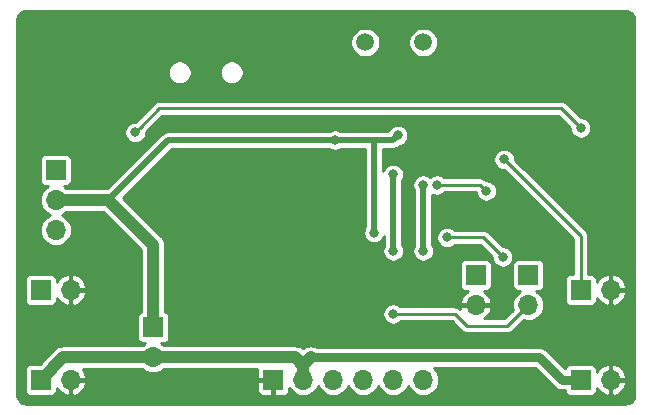
<source format=gbr>
G04 #@! TF.GenerationSoftware,KiCad,Pcbnew,(5.1.2)-2*
G04 #@! TF.CreationDate,2019-08-11T21:37:17+02:00*
G04 #@! TF.ProjectId,20190811_usbasp,32303139-3038-4313-915f-757362617370,rev?*
G04 #@! TF.SameCoordinates,Original*
G04 #@! TF.FileFunction,Copper,L2,Bot*
G04 #@! TF.FilePolarity,Positive*
%FSLAX46Y46*%
G04 Gerber Fmt 4.6, Leading zero omitted, Abs format (unit mm)*
G04 Created by KiCad (PCBNEW (5.1.2)-2) date 2019-08-11 21:37:17*
%MOMM*%
%LPD*%
G04 APERTURE LIST*
%ADD10C,1.500000*%
%ADD11O,1.700000X1.700000*%
%ADD12R,1.700000X1.700000*%
%ADD13C,0.800000*%
%ADD14C,1.016000*%
%ADD15C,0.508000*%
%ADD16C,0.254000*%
%ADD17C,0.762000*%
G04 APERTURE END LIST*
D10*
X154485000Y-117475000D03*
X159385000Y-117475000D03*
D11*
X163830000Y-139700000D03*
D12*
X163830000Y-137160000D03*
D11*
X168275000Y-139700000D03*
D12*
X168275000Y-137160000D03*
D11*
X136525000Y-144145000D03*
D12*
X136525000Y-141605000D03*
D11*
X128270000Y-133350000D03*
X128270000Y-130810000D03*
D12*
X128270000Y-128270000D03*
D11*
X175260000Y-138430000D03*
D12*
X172720000Y-138430000D03*
D11*
X129540000Y-138430000D03*
D12*
X127000000Y-138430000D03*
D11*
X175260000Y-146050000D03*
D12*
X172720000Y-146050000D03*
D11*
X129540000Y-146050000D03*
D12*
X127000000Y-146050000D03*
D11*
X159385000Y-146050000D03*
X156845000Y-146050000D03*
X154305000Y-146050000D03*
X151765000Y-146050000D03*
X149225000Y-146050000D03*
D12*
X146685000Y-146050000D03*
D13*
X176530000Y-118110000D03*
X176530000Y-120650000D03*
X145288000Y-131064000D03*
X144272000Y-127381000D03*
X153035000Y-134112000D03*
X160401000Y-127381000D03*
X166370000Y-115570000D03*
X168910000Y-115570000D03*
X171450000Y-115570000D03*
X173990000Y-115570000D03*
X166370000Y-147320000D03*
X168910000Y-147320000D03*
X163830000Y-147320000D03*
X161290000Y-147320000D03*
X143510000Y-147320000D03*
X140970000Y-147320000D03*
X138430000Y-147320000D03*
X135890000Y-147320000D03*
X133350000Y-147320000D03*
X125730000Y-135890000D03*
X125730000Y-130810000D03*
X125730000Y-125730000D03*
X139700000Y-115570000D03*
X142240000Y-115570000D03*
X158750000Y-119380000D03*
X161290000Y-119380000D03*
X153670000Y-119380000D03*
X151130000Y-119380000D03*
X147320000Y-119380000D03*
X157988000Y-126492000D03*
X157988000Y-133604000D03*
X136652000Y-119888000D03*
X147828000Y-124460000D03*
X138176000Y-124460000D03*
X137668000Y-130556000D03*
X169672000Y-132588000D03*
X171450000Y-130048000D03*
X169799000Y-127508000D03*
X162687000Y-132715000D03*
X171323000Y-135382000D03*
X132588000Y-121666000D03*
X157226000Y-125349000D03*
X155212999Y-133585001D03*
X151910999Y-125748999D03*
X160528000Y-129540000D03*
X164719000Y-130048000D03*
X161417000Y-133985000D03*
X166116000Y-135636000D03*
X166243000Y-127381000D03*
X156845000Y-140462000D03*
X159385000Y-129540000D03*
X159385000Y-135128000D03*
X156845000Y-128651000D03*
X156845000Y-135128000D03*
X135001000Y-125095000D03*
X172720000Y-124714000D03*
D14*
X136525000Y-134620000D02*
X136525000Y-141605000D01*
X128270000Y-130810000D02*
X132715000Y-130810000D01*
X132715000Y-130810000D02*
X136525000Y-134620000D01*
D15*
X137776001Y-125748999D02*
X132715000Y-130810000D01*
X157226000Y-125349000D02*
X156826001Y-125748999D01*
X155212999Y-125748999D02*
X155212999Y-133585001D01*
X156826001Y-125748999D02*
X155212999Y-125748999D01*
X150894999Y-125748999D02*
X137776001Y-125748999D01*
X155212999Y-125748999D02*
X151910999Y-125748999D01*
X151910999Y-125748999D02*
X150894999Y-125748999D01*
D16*
X164211000Y-129540000D02*
X160528000Y-129540000D01*
X164719000Y-130048000D02*
X164211000Y-129540000D01*
X164465000Y-133985000D02*
X161417000Y-133985000D01*
X166116000Y-135636000D02*
X164465000Y-133985000D01*
D14*
X148522081Y-144145000D02*
X149225000Y-144847919D01*
X136525000Y-144145000D02*
X148522081Y-144145000D01*
X128881725Y-144145000D02*
X127091642Y-145935083D01*
X136525000Y-144145000D02*
X128881725Y-144145000D01*
X149225000Y-146050000D02*
X149225000Y-144847919D01*
X149225000Y-146050000D02*
X149225000Y-144780000D01*
X149225000Y-144780000D02*
X149860000Y-144145000D01*
D17*
X171108000Y-146050000D02*
X172720000Y-146050000D01*
X169203000Y-144145000D02*
X171108000Y-146050000D01*
X149860000Y-144145000D02*
X169203000Y-144145000D01*
D16*
X172720000Y-133858000D02*
X172720000Y-138430000D01*
X166243000Y-127381000D02*
X172720000Y-133858000D01*
X156845000Y-140462000D02*
X162052000Y-140462000D01*
X162052000Y-140462000D02*
X163068000Y-141478000D01*
X166497000Y-141478000D02*
X168275000Y-139700000D01*
X163068000Y-141478000D02*
X166497000Y-141478000D01*
D15*
X159385000Y-129540000D02*
X159385000Y-130105685D01*
X159385000Y-130105685D02*
X159385000Y-135128000D01*
X156845000Y-128651000D02*
X156845000Y-135128000D01*
D16*
X135001000Y-125095000D02*
X135400999Y-124695001D01*
X135400999Y-124695001D02*
X137033000Y-123063000D01*
X137033000Y-123063000D02*
X166624000Y-123063000D01*
X166624000Y-123063000D02*
X171069000Y-123063000D01*
X171069000Y-123063000D02*
X172720000Y-124714000D01*
G36*
X176672653Y-114849543D02*
G01*
X176809874Y-114890973D01*
X176936435Y-114958266D01*
X177047513Y-115048859D01*
X177138883Y-115159305D01*
X177207056Y-115285391D01*
X177249444Y-115422321D01*
X177267000Y-115589359D01*
X177267001Y-147293924D01*
X177250457Y-147462653D01*
X177209027Y-147599874D01*
X177141733Y-147726436D01*
X177051141Y-147837513D01*
X176940695Y-147928883D01*
X176814608Y-147997057D01*
X176677679Y-148039444D01*
X176510641Y-148057000D01*
X125756066Y-148057000D01*
X125587347Y-148040457D01*
X125450126Y-147999027D01*
X125323564Y-147931733D01*
X125212487Y-147841141D01*
X125121117Y-147730695D01*
X125052943Y-147604608D01*
X125010556Y-147467679D01*
X124993000Y-147300641D01*
X124993000Y-145200000D01*
X125639543Y-145200000D01*
X125639543Y-146900000D01*
X125649351Y-146999585D01*
X125678399Y-147095343D01*
X125725571Y-147183595D01*
X125789052Y-147260948D01*
X125866405Y-147324429D01*
X125954657Y-147371601D01*
X126050415Y-147400649D01*
X126150000Y-147410457D01*
X127850000Y-147410457D01*
X127949585Y-147400649D01*
X128045343Y-147371601D01*
X128133595Y-147324429D01*
X128210948Y-147260948D01*
X128274429Y-147183595D01*
X128321601Y-147095343D01*
X128350649Y-146999585D01*
X128360457Y-146900000D01*
X128360457Y-146709833D01*
X128416558Y-146812921D01*
X128586983Y-147017434D01*
X128794032Y-147184769D01*
X129029748Y-147308496D01*
X129265076Y-147379880D01*
X129476500Y-147279361D01*
X129476500Y-146113500D01*
X129603500Y-146113500D01*
X129603500Y-147279361D01*
X129814924Y-147379880D01*
X130050252Y-147308496D01*
X130285968Y-147184769D01*
X130493017Y-147017434D01*
X130590877Y-146900000D01*
X145324542Y-146900000D01*
X145334350Y-146999585D01*
X145363398Y-147095344D01*
X145410570Y-147183595D01*
X145474052Y-147260948D01*
X145551405Y-147324430D01*
X145639656Y-147371602D01*
X145735415Y-147400650D01*
X145835000Y-147410458D01*
X146494500Y-147408000D01*
X146621500Y-147281000D01*
X146621500Y-146113500D01*
X145454000Y-146113500D01*
X145327000Y-146240500D01*
X145324542Y-146900000D01*
X130590877Y-146900000D01*
X130663442Y-146812921D01*
X130790694Y-146579089D01*
X130869882Y-146324924D01*
X130769517Y-146113500D01*
X129603500Y-146113500D01*
X129476500Y-146113500D01*
X129456500Y-146113500D01*
X129456500Y-145986500D01*
X129476500Y-145986500D01*
X129476500Y-145966500D01*
X129603500Y-145966500D01*
X129603500Y-145986500D01*
X130769517Y-145986500D01*
X130869882Y-145775076D01*
X130790694Y-145520911D01*
X130663442Y-145287079D01*
X130558378Y-145161000D01*
X135622373Y-145161000D01*
X135766886Y-145279598D01*
X136002802Y-145405698D01*
X136258786Y-145483350D01*
X136458294Y-145503000D01*
X136591706Y-145503000D01*
X136791214Y-145483350D01*
X137047198Y-145405698D01*
X137283114Y-145279598D01*
X137427627Y-145161000D01*
X145328383Y-145161000D01*
X145324542Y-145200000D01*
X145327000Y-145859500D01*
X145454000Y-145986500D01*
X146621500Y-145986500D01*
X146621500Y-145966500D01*
X146748500Y-145966500D01*
X146748500Y-145986500D01*
X146768500Y-145986500D01*
X146768500Y-146113500D01*
X146748500Y-146113500D01*
X146748500Y-147281000D01*
X146875500Y-147408000D01*
X147535000Y-147410458D01*
X147634585Y-147400650D01*
X147730344Y-147371602D01*
X147818595Y-147324430D01*
X147895948Y-147260948D01*
X147959430Y-147183595D01*
X148006602Y-147095344D01*
X148035650Y-146999585D01*
X148045458Y-146900000D01*
X148044798Y-146722794D01*
X148090402Y-146808114D01*
X148260103Y-147014897D01*
X148466886Y-147184598D01*
X148702802Y-147310698D01*
X148958786Y-147388350D01*
X149158294Y-147408000D01*
X149291706Y-147408000D01*
X149491214Y-147388350D01*
X149747198Y-147310698D01*
X149983114Y-147184598D01*
X150189897Y-147014897D01*
X150359598Y-146808114D01*
X150485698Y-146572198D01*
X150495000Y-146541533D01*
X150504302Y-146572198D01*
X150630402Y-146808114D01*
X150800103Y-147014897D01*
X151006886Y-147184598D01*
X151242802Y-147310698D01*
X151498786Y-147388350D01*
X151698294Y-147408000D01*
X151831706Y-147408000D01*
X152031214Y-147388350D01*
X152287198Y-147310698D01*
X152523114Y-147184598D01*
X152729897Y-147014897D01*
X152899598Y-146808114D01*
X153025698Y-146572198D01*
X153035000Y-146541533D01*
X153044302Y-146572198D01*
X153170402Y-146808114D01*
X153340103Y-147014897D01*
X153546886Y-147184598D01*
X153782802Y-147310698D01*
X154038786Y-147388350D01*
X154238294Y-147408000D01*
X154371706Y-147408000D01*
X154571214Y-147388350D01*
X154827198Y-147310698D01*
X155063114Y-147184598D01*
X155269897Y-147014897D01*
X155439598Y-146808114D01*
X155565698Y-146572198D01*
X155575000Y-146541533D01*
X155584302Y-146572198D01*
X155710402Y-146808114D01*
X155880103Y-147014897D01*
X156086886Y-147184598D01*
X156322802Y-147310698D01*
X156578786Y-147388350D01*
X156778294Y-147408000D01*
X156911706Y-147408000D01*
X157111214Y-147388350D01*
X157367198Y-147310698D01*
X157603114Y-147184598D01*
X157809897Y-147014897D01*
X157979598Y-146808114D01*
X158105698Y-146572198D01*
X158115000Y-146541533D01*
X158124302Y-146572198D01*
X158250402Y-146808114D01*
X158420103Y-147014897D01*
X158626886Y-147184598D01*
X158862802Y-147310698D01*
X159118786Y-147388350D01*
X159318294Y-147408000D01*
X159451706Y-147408000D01*
X159651214Y-147388350D01*
X159907198Y-147310698D01*
X160143114Y-147184598D01*
X160349897Y-147014897D01*
X160519598Y-146808114D01*
X160645698Y-146572198D01*
X160723350Y-146316214D01*
X160749570Y-146050000D01*
X160723350Y-145783786D01*
X160645698Y-145527802D01*
X160519598Y-145291886D01*
X160349897Y-145085103D01*
X160287627Y-145034000D01*
X168834765Y-145034000D01*
X170448506Y-146647742D01*
X170476341Y-146681659D01*
X170611709Y-146792753D01*
X170746204Y-146864642D01*
X170765635Y-146875028D01*
X170766149Y-146875303D01*
X170847566Y-146900000D01*
X170933725Y-146926136D01*
X170950325Y-146927771D01*
X171064333Y-146939000D01*
X171064340Y-146939000D01*
X171108000Y-146943300D01*
X171151660Y-146939000D01*
X171363384Y-146939000D01*
X171369351Y-146999585D01*
X171398399Y-147095343D01*
X171445571Y-147183595D01*
X171509052Y-147260948D01*
X171586405Y-147324429D01*
X171674657Y-147371601D01*
X171770415Y-147400649D01*
X171870000Y-147410457D01*
X173570000Y-147410457D01*
X173669585Y-147400649D01*
X173765343Y-147371601D01*
X173853595Y-147324429D01*
X173930948Y-147260948D01*
X173994429Y-147183595D01*
X174041601Y-147095343D01*
X174070649Y-146999585D01*
X174080457Y-146900000D01*
X174080457Y-146709833D01*
X174136558Y-146812921D01*
X174306983Y-147017434D01*
X174514032Y-147184769D01*
X174749748Y-147308496D01*
X174985076Y-147379880D01*
X175196500Y-147279361D01*
X175196500Y-146113500D01*
X175323500Y-146113500D01*
X175323500Y-147279361D01*
X175534924Y-147379880D01*
X175770252Y-147308496D01*
X176005968Y-147184769D01*
X176213017Y-147017434D01*
X176383442Y-146812921D01*
X176510694Y-146579089D01*
X176589882Y-146324924D01*
X176489517Y-146113500D01*
X175323500Y-146113500D01*
X175196500Y-146113500D01*
X175176500Y-146113500D01*
X175176500Y-145986500D01*
X175196500Y-145986500D01*
X175196500Y-144820639D01*
X175323500Y-144820639D01*
X175323500Y-145986500D01*
X176489517Y-145986500D01*
X176589882Y-145775076D01*
X176510694Y-145520911D01*
X176383442Y-145287079D01*
X176213017Y-145082566D01*
X176005968Y-144915231D01*
X175770252Y-144791504D01*
X175534924Y-144720120D01*
X175323500Y-144820639D01*
X175196500Y-144820639D01*
X174985076Y-144720120D01*
X174749748Y-144791504D01*
X174514032Y-144915231D01*
X174306983Y-145082566D01*
X174136558Y-145287079D01*
X174080457Y-145390167D01*
X174080457Y-145200000D01*
X174070649Y-145100415D01*
X174041601Y-145004657D01*
X173994429Y-144916405D01*
X173930948Y-144839052D01*
X173853595Y-144775571D01*
X173765343Y-144728399D01*
X173669585Y-144699351D01*
X173570000Y-144689543D01*
X171870000Y-144689543D01*
X171770415Y-144699351D01*
X171674657Y-144728399D01*
X171586405Y-144775571D01*
X171509052Y-144839052D01*
X171445571Y-144916405D01*
X171398399Y-145004657D01*
X171380127Y-145064891D01*
X169862499Y-143547264D01*
X169834659Y-143513341D01*
X169699291Y-143402247D01*
X169544851Y-143319697D01*
X169377274Y-143268864D01*
X169246667Y-143256000D01*
X169246660Y-143256000D01*
X169203000Y-143251700D01*
X169159340Y-143256000D01*
X150352092Y-143256000D01*
X150250687Y-143201798D01*
X150059171Y-143143702D01*
X149860000Y-143124085D01*
X149660829Y-143143702D01*
X149469313Y-143201798D01*
X149292810Y-143296140D01*
X149191041Y-143379661D01*
X149089271Y-143296140D01*
X148912768Y-143201798D01*
X148721252Y-143143702D01*
X148571983Y-143129000D01*
X148522081Y-143124085D01*
X148472179Y-143129000D01*
X137427627Y-143129000D01*
X137283114Y-143010402D01*
X137199028Y-142965457D01*
X137375000Y-142965457D01*
X137474585Y-142955649D01*
X137570343Y-142926601D01*
X137658595Y-142879429D01*
X137735948Y-142815948D01*
X137799429Y-142738595D01*
X137846601Y-142650343D01*
X137875649Y-142554585D01*
X137885457Y-142455000D01*
X137885457Y-140755000D01*
X137875649Y-140655415D01*
X137846601Y-140559657D01*
X137799429Y-140471405D01*
X137735948Y-140394052D01*
X137709772Y-140372570D01*
X155937000Y-140372570D01*
X155937000Y-140551430D01*
X155971894Y-140726854D01*
X156040341Y-140892099D01*
X156139711Y-141040816D01*
X156266184Y-141167289D01*
X156414901Y-141266659D01*
X156580146Y-141335106D01*
X156755570Y-141370000D01*
X156934430Y-141370000D01*
X157109854Y-141335106D01*
X157275099Y-141266659D01*
X157423816Y-141167289D01*
X157494105Y-141097000D01*
X161788976Y-141097000D01*
X162596930Y-141904955D01*
X162616815Y-141929185D01*
X162713506Y-142008537D01*
X162823820Y-142067502D01*
X162943518Y-142103812D01*
X163036808Y-142113000D01*
X163036819Y-142113000D01*
X163068000Y-142116071D01*
X163099181Y-142113000D01*
X166465819Y-142113000D01*
X166497000Y-142116071D01*
X166528181Y-142113000D01*
X166528192Y-142113000D01*
X166621482Y-142103812D01*
X166741180Y-142067502D01*
X166851494Y-142008537D01*
X166948185Y-141929185D01*
X166968074Y-141904950D01*
X167875198Y-140997827D01*
X168008786Y-141038350D01*
X168208294Y-141058000D01*
X168341706Y-141058000D01*
X168541214Y-141038350D01*
X168797198Y-140960698D01*
X169033114Y-140834598D01*
X169239897Y-140664897D01*
X169409598Y-140458114D01*
X169535698Y-140222198D01*
X169613350Y-139966214D01*
X169639570Y-139700000D01*
X169613350Y-139433786D01*
X169535698Y-139177802D01*
X169409598Y-138941886D01*
X169239897Y-138735103D01*
X169033114Y-138565402D01*
X168949028Y-138520457D01*
X169125000Y-138520457D01*
X169224585Y-138510649D01*
X169320343Y-138481601D01*
X169408595Y-138434429D01*
X169485948Y-138370948D01*
X169549429Y-138293595D01*
X169596601Y-138205343D01*
X169625649Y-138109585D01*
X169635457Y-138010000D01*
X169635457Y-136310000D01*
X169625649Y-136210415D01*
X169596601Y-136114657D01*
X169549429Y-136026405D01*
X169485948Y-135949052D01*
X169408595Y-135885571D01*
X169320343Y-135838399D01*
X169224585Y-135809351D01*
X169125000Y-135799543D01*
X167425000Y-135799543D01*
X167325415Y-135809351D01*
X167229657Y-135838399D01*
X167141405Y-135885571D01*
X167064052Y-135949052D01*
X167000571Y-136026405D01*
X166953399Y-136114657D01*
X166924351Y-136210415D01*
X166914543Y-136310000D01*
X166914543Y-138010000D01*
X166924351Y-138109585D01*
X166953399Y-138205343D01*
X167000571Y-138293595D01*
X167064052Y-138370948D01*
X167141405Y-138434429D01*
X167229657Y-138481601D01*
X167325415Y-138510649D01*
X167425000Y-138520457D01*
X167600972Y-138520457D01*
X167516886Y-138565402D01*
X167310103Y-138735103D01*
X167140402Y-138941886D01*
X167014302Y-139177802D01*
X166936650Y-139433786D01*
X166910430Y-139700000D01*
X166936650Y-139966214D01*
X166977173Y-140099802D01*
X166233976Y-140843000D01*
X164556982Y-140843000D01*
X164592921Y-140823442D01*
X164797434Y-140653017D01*
X164964769Y-140445968D01*
X165088496Y-140210252D01*
X165159880Y-139974924D01*
X165059361Y-139763500D01*
X163893500Y-139763500D01*
X163893500Y-139783500D01*
X163766500Y-139783500D01*
X163766500Y-139763500D01*
X162600639Y-139763500D01*
X162500120Y-139974924D01*
X162515594Y-140025935D01*
X162503185Y-140010815D01*
X162406494Y-139931463D01*
X162296180Y-139872498D01*
X162176482Y-139836188D01*
X162083192Y-139827000D01*
X162083181Y-139827000D01*
X162052000Y-139823929D01*
X162020819Y-139827000D01*
X157494105Y-139827000D01*
X157423816Y-139756711D01*
X157275099Y-139657341D01*
X157109854Y-139588894D01*
X156934430Y-139554000D01*
X156755570Y-139554000D01*
X156580146Y-139588894D01*
X156414901Y-139657341D01*
X156266184Y-139756711D01*
X156139711Y-139883184D01*
X156040341Y-140031901D01*
X155971894Y-140197146D01*
X155937000Y-140372570D01*
X137709772Y-140372570D01*
X137658595Y-140330571D01*
X137570343Y-140283399D01*
X137541000Y-140274498D01*
X137541000Y-136310000D01*
X162469543Y-136310000D01*
X162469543Y-138010000D01*
X162479351Y-138109585D01*
X162508399Y-138205343D01*
X162555571Y-138293595D01*
X162619052Y-138370948D01*
X162696405Y-138434429D01*
X162784657Y-138481601D01*
X162880415Y-138510649D01*
X162980000Y-138520457D01*
X163170167Y-138520457D01*
X163067079Y-138576558D01*
X162862566Y-138746983D01*
X162695231Y-138954032D01*
X162571504Y-139189748D01*
X162500120Y-139425076D01*
X162600639Y-139636500D01*
X163766500Y-139636500D01*
X163766500Y-139616500D01*
X163893500Y-139616500D01*
X163893500Y-139636500D01*
X165059361Y-139636500D01*
X165159880Y-139425076D01*
X165088496Y-139189748D01*
X164964769Y-138954032D01*
X164797434Y-138746983D01*
X164592921Y-138576558D01*
X164489833Y-138520457D01*
X164680000Y-138520457D01*
X164779585Y-138510649D01*
X164875343Y-138481601D01*
X164963595Y-138434429D01*
X165040948Y-138370948D01*
X165104429Y-138293595D01*
X165151601Y-138205343D01*
X165180649Y-138109585D01*
X165190457Y-138010000D01*
X165190457Y-136310000D01*
X165180649Y-136210415D01*
X165151601Y-136114657D01*
X165104429Y-136026405D01*
X165040948Y-135949052D01*
X164963595Y-135885571D01*
X164875343Y-135838399D01*
X164779585Y-135809351D01*
X164680000Y-135799543D01*
X162980000Y-135799543D01*
X162880415Y-135809351D01*
X162784657Y-135838399D01*
X162696405Y-135885571D01*
X162619052Y-135949052D01*
X162555571Y-136026405D01*
X162508399Y-136114657D01*
X162479351Y-136210415D01*
X162469543Y-136310000D01*
X137541000Y-136310000D01*
X137541000Y-134669902D01*
X137545915Y-134620000D01*
X137526298Y-134420829D01*
X137468202Y-134229313D01*
X137373860Y-134052810D01*
X137278706Y-133936865D01*
X137246896Y-133898104D01*
X137208133Y-133866292D01*
X133972235Y-130630395D01*
X138091632Y-126510999D01*
X151417057Y-126510999D01*
X151480900Y-126553658D01*
X151646145Y-126622105D01*
X151821569Y-126656999D01*
X152000429Y-126656999D01*
X152175853Y-126622105D01*
X152341098Y-126553658D01*
X152404941Y-126510999D01*
X154450999Y-126510999D01*
X154451000Y-133091057D01*
X154408340Y-133154902D01*
X154339893Y-133320147D01*
X154304999Y-133495571D01*
X154304999Y-133674431D01*
X154339893Y-133849855D01*
X154408340Y-134015100D01*
X154507710Y-134163817D01*
X154634183Y-134290290D01*
X154782900Y-134389660D01*
X154948145Y-134458107D01*
X155123569Y-134493001D01*
X155302429Y-134493001D01*
X155477853Y-134458107D01*
X155643098Y-134389660D01*
X155791815Y-134290290D01*
X155918288Y-134163817D01*
X156017658Y-134015100D01*
X156083001Y-133857349D01*
X156083001Y-134634056D01*
X156040341Y-134697901D01*
X155971894Y-134863146D01*
X155937000Y-135038570D01*
X155937000Y-135217430D01*
X155971894Y-135392854D01*
X156040341Y-135558099D01*
X156139711Y-135706816D01*
X156266184Y-135833289D01*
X156414901Y-135932659D01*
X156580146Y-136001106D01*
X156755570Y-136036000D01*
X156934430Y-136036000D01*
X157109854Y-136001106D01*
X157275099Y-135932659D01*
X157423816Y-135833289D01*
X157550289Y-135706816D01*
X157649659Y-135558099D01*
X157718106Y-135392854D01*
X157753000Y-135217430D01*
X157753000Y-135038570D01*
X157718106Y-134863146D01*
X157649659Y-134697901D01*
X157607000Y-134634058D01*
X157607000Y-129450570D01*
X158477000Y-129450570D01*
X158477000Y-129629430D01*
X158511894Y-129804854D01*
X158580341Y-129970099D01*
X158623000Y-130033942D01*
X158623000Y-130068260D01*
X158623001Y-134634056D01*
X158580341Y-134697901D01*
X158511894Y-134863146D01*
X158477000Y-135038570D01*
X158477000Y-135217430D01*
X158511894Y-135392854D01*
X158580341Y-135558099D01*
X158679711Y-135706816D01*
X158806184Y-135833289D01*
X158954901Y-135932659D01*
X159120146Y-136001106D01*
X159295570Y-136036000D01*
X159474430Y-136036000D01*
X159649854Y-136001106D01*
X159815099Y-135932659D01*
X159963816Y-135833289D01*
X160090289Y-135706816D01*
X160189659Y-135558099D01*
X160258106Y-135392854D01*
X160293000Y-135217430D01*
X160293000Y-135038570D01*
X160258106Y-134863146D01*
X160189659Y-134697901D01*
X160147000Y-134634058D01*
X160147000Y-133895570D01*
X160509000Y-133895570D01*
X160509000Y-134074430D01*
X160543894Y-134249854D01*
X160612341Y-134415099D01*
X160711711Y-134563816D01*
X160838184Y-134690289D01*
X160986901Y-134789659D01*
X161152146Y-134858106D01*
X161327570Y-134893000D01*
X161506430Y-134893000D01*
X161681854Y-134858106D01*
X161847099Y-134789659D01*
X161995816Y-134690289D01*
X162066105Y-134620000D01*
X164201976Y-134620000D01*
X165208000Y-135626025D01*
X165208000Y-135725430D01*
X165242894Y-135900854D01*
X165311341Y-136066099D01*
X165410711Y-136214816D01*
X165537184Y-136341289D01*
X165685901Y-136440659D01*
X165851146Y-136509106D01*
X166026570Y-136544000D01*
X166205430Y-136544000D01*
X166380854Y-136509106D01*
X166546099Y-136440659D01*
X166694816Y-136341289D01*
X166821289Y-136214816D01*
X166920659Y-136066099D01*
X166989106Y-135900854D01*
X167024000Y-135725430D01*
X167024000Y-135546570D01*
X166989106Y-135371146D01*
X166920659Y-135205901D01*
X166821289Y-135057184D01*
X166694816Y-134930711D01*
X166546099Y-134831341D01*
X166380854Y-134762894D01*
X166205430Y-134728000D01*
X166106025Y-134728000D01*
X164936074Y-133558050D01*
X164916185Y-133533815D01*
X164819494Y-133454463D01*
X164709180Y-133395498D01*
X164589482Y-133359188D01*
X164496192Y-133350000D01*
X164496181Y-133350000D01*
X164465000Y-133346929D01*
X164433819Y-133350000D01*
X162066105Y-133350000D01*
X161995816Y-133279711D01*
X161847099Y-133180341D01*
X161681854Y-133111894D01*
X161506430Y-133077000D01*
X161327570Y-133077000D01*
X161152146Y-133111894D01*
X160986901Y-133180341D01*
X160838184Y-133279711D01*
X160711711Y-133406184D01*
X160612341Y-133554901D01*
X160543894Y-133720146D01*
X160509000Y-133895570D01*
X160147000Y-133895570D01*
X160147000Y-130364997D01*
X160263146Y-130413106D01*
X160438570Y-130448000D01*
X160617430Y-130448000D01*
X160792854Y-130413106D01*
X160958099Y-130344659D01*
X161106816Y-130245289D01*
X161177105Y-130175000D01*
X163818473Y-130175000D01*
X163845894Y-130312854D01*
X163914341Y-130478099D01*
X164013711Y-130626816D01*
X164140184Y-130753289D01*
X164288901Y-130852659D01*
X164454146Y-130921106D01*
X164629570Y-130956000D01*
X164808430Y-130956000D01*
X164983854Y-130921106D01*
X165149099Y-130852659D01*
X165297816Y-130753289D01*
X165424289Y-130626816D01*
X165523659Y-130478099D01*
X165592106Y-130312854D01*
X165627000Y-130137430D01*
X165627000Y-129958570D01*
X165592106Y-129783146D01*
X165523659Y-129617901D01*
X165424289Y-129469184D01*
X165297816Y-129342711D01*
X165149099Y-129243341D01*
X164983854Y-129174894D01*
X164808430Y-129140000D01*
X164709024Y-129140000D01*
X164682074Y-129113050D01*
X164662185Y-129088815D01*
X164565494Y-129009463D01*
X164455180Y-128950498D01*
X164335482Y-128914188D01*
X164242192Y-128905000D01*
X164242181Y-128905000D01*
X164211000Y-128901929D01*
X164179819Y-128905000D01*
X161177105Y-128905000D01*
X161106816Y-128834711D01*
X160958099Y-128735341D01*
X160792854Y-128666894D01*
X160617430Y-128632000D01*
X160438570Y-128632000D01*
X160263146Y-128666894D01*
X160097901Y-128735341D01*
X159956500Y-128829823D01*
X159815099Y-128735341D01*
X159649854Y-128666894D01*
X159474430Y-128632000D01*
X159295570Y-128632000D01*
X159120146Y-128666894D01*
X158954901Y-128735341D01*
X158806184Y-128834711D01*
X158679711Y-128961184D01*
X158580341Y-129109901D01*
X158511894Y-129275146D01*
X158477000Y-129450570D01*
X157607000Y-129450570D01*
X157607000Y-129144942D01*
X157649659Y-129081099D01*
X157718106Y-128915854D01*
X157753000Y-128740430D01*
X157753000Y-128561570D01*
X157718106Y-128386146D01*
X157649659Y-128220901D01*
X157550289Y-128072184D01*
X157423816Y-127945711D01*
X157275099Y-127846341D01*
X157109854Y-127777894D01*
X156934430Y-127743000D01*
X156755570Y-127743000D01*
X156580146Y-127777894D01*
X156414901Y-127846341D01*
X156266184Y-127945711D01*
X156139711Y-128072184D01*
X156040341Y-128220901D01*
X155974999Y-128378650D01*
X155974999Y-127291570D01*
X165335000Y-127291570D01*
X165335000Y-127470430D01*
X165369894Y-127645854D01*
X165438341Y-127811099D01*
X165537711Y-127959816D01*
X165664184Y-128086289D01*
X165812901Y-128185659D01*
X165978146Y-128254106D01*
X166153570Y-128289000D01*
X166252976Y-128289000D01*
X172085000Y-134121025D01*
X172085001Y-137069543D01*
X171870000Y-137069543D01*
X171770415Y-137079351D01*
X171674657Y-137108399D01*
X171586405Y-137155571D01*
X171509052Y-137219052D01*
X171445571Y-137296405D01*
X171398399Y-137384657D01*
X171369351Y-137480415D01*
X171359543Y-137580000D01*
X171359543Y-139280000D01*
X171369351Y-139379585D01*
X171398399Y-139475343D01*
X171445571Y-139563595D01*
X171509052Y-139640948D01*
X171586405Y-139704429D01*
X171674657Y-139751601D01*
X171770415Y-139780649D01*
X171870000Y-139790457D01*
X173570000Y-139790457D01*
X173669585Y-139780649D01*
X173765343Y-139751601D01*
X173853595Y-139704429D01*
X173930948Y-139640948D01*
X173994429Y-139563595D01*
X174041601Y-139475343D01*
X174070649Y-139379585D01*
X174080457Y-139280000D01*
X174080457Y-139089833D01*
X174136558Y-139192921D01*
X174306983Y-139397434D01*
X174514032Y-139564769D01*
X174749748Y-139688496D01*
X174985076Y-139759880D01*
X175196500Y-139659361D01*
X175196500Y-138493500D01*
X175323500Y-138493500D01*
X175323500Y-139659361D01*
X175534924Y-139759880D01*
X175770252Y-139688496D01*
X176005968Y-139564769D01*
X176213017Y-139397434D01*
X176383442Y-139192921D01*
X176510694Y-138959089D01*
X176589882Y-138704924D01*
X176489517Y-138493500D01*
X175323500Y-138493500D01*
X175196500Y-138493500D01*
X175176500Y-138493500D01*
X175176500Y-138366500D01*
X175196500Y-138366500D01*
X175196500Y-137200639D01*
X175323500Y-137200639D01*
X175323500Y-138366500D01*
X176489517Y-138366500D01*
X176589882Y-138155076D01*
X176510694Y-137900911D01*
X176383442Y-137667079D01*
X176213017Y-137462566D01*
X176005968Y-137295231D01*
X175770252Y-137171504D01*
X175534924Y-137100120D01*
X175323500Y-137200639D01*
X175196500Y-137200639D01*
X174985076Y-137100120D01*
X174749748Y-137171504D01*
X174514032Y-137295231D01*
X174306983Y-137462566D01*
X174136558Y-137667079D01*
X174080457Y-137770167D01*
X174080457Y-137580000D01*
X174070649Y-137480415D01*
X174041601Y-137384657D01*
X173994429Y-137296405D01*
X173930948Y-137219052D01*
X173853595Y-137155571D01*
X173765343Y-137108399D01*
X173669585Y-137079351D01*
X173570000Y-137069543D01*
X173355000Y-137069543D01*
X173355000Y-133889180D01*
X173358071Y-133857999D01*
X173355000Y-133826818D01*
X173355000Y-133826808D01*
X173345812Y-133733518D01*
X173309502Y-133613820D01*
X173250538Y-133503507D01*
X173250537Y-133503505D01*
X173191068Y-133431043D01*
X173171185Y-133406815D01*
X173146956Y-133386931D01*
X167151000Y-127390976D01*
X167151000Y-127291570D01*
X167116106Y-127116146D01*
X167047659Y-126950901D01*
X166948289Y-126802184D01*
X166821816Y-126675711D01*
X166673099Y-126576341D01*
X166507854Y-126507894D01*
X166332430Y-126473000D01*
X166153570Y-126473000D01*
X165978146Y-126507894D01*
X165812901Y-126576341D01*
X165664184Y-126675711D01*
X165537711Y-126802184D01*
X165438341Y-126950901D01*
X165369894Y-127116146D01*
X165335000Y-127291570D01*
X155974999Y-127291570D01*
X155974999Y-126510999D01*
X156788578Y-126510999D01*
X156826001Y-126514685D01*
X156863424Y-126510999D01*
X156863427Y-126510999D01*
X156975379Y-126499973D01*
X157119016Y-126456401D01*
X157251393Y-126385644D01*
X157367423Y-126290421D01*
X157391285Y-126261345D01*
X157415544Y-126237086D01*
X157490854Y-126222106D01*
X157656099Y-126153659D01*
X157804816Y-126054289D01*
X157931289Y-125927816D01*
X158030659Y-125779099D01*
X158099106Y-125613854D01*
X158134000Y-125438430D01*
X158134000Y-125259570D01*
X158099106Y-125084146D01*
X158030659Y-124918901D01*
X157931289Y-124770184D01*
X157804816Y-124643711D01*
X157656099Y-124544341D01*
X157490854Y-124475894D01*
X157315430Y-124441000D01*
X157136570Y-124441000D01*
X156961146Y-124475894D01*
X156795901Y-124544341D01*
X156647184Y-124643711D01*
X156520711Y-124770184D01*
X156421341Y-124918901D01*
X156393134Y-124986999D01*
X155250424Y-124986999D01*
X155212999Y-124983313D01*
X155175573Y-124986999D01*
X152404941Y-124986999D01*
X152341098Y-124944340D01*
X152175853Y-124875893D01*
X152000429Y-124840999D01*
X151821569Y-124840999D01*
X151646145Y-124875893D01*
X151480900Y-124944340D01*
X151417057Y-124986999D01*
X137813423Y-124986999D01*
X137776000Y-124983313D01*
X137738577Y-124986999D01*
X137738575Y-124986999D01*
X137626623Y-124998025D01*
X137482986Y-125041597D01*
X137350609Y-125112354D01*
X137234579Y-125207577D01*
X137210722Y-125236647D01*
X132653370Y-129794000D01*
X129172627Y-129794000D01*
X129028114Y-129675402D01*
X128944028Y-129630457D01*
X129120000Y-129630457D01*
X129219585Y-129620649D01*
X129315343Y-129591601D01*
X129403595Y-129544429D01*
X129480948Y-129480948D01*
X129544429Y-129403595D01*
X129591601Y-129315343D01*
X129620649Y-129219585D01*
X129630457Y-129120000D01*
X129630457Y-127420000D01*
X129620649Y-127320415D01*
X129591601Y-127224657D01*
X129544429Y-127136405D01*
X129480948Y-127059052D01*
X129403595Y-126995571D01*
X129315343Y-126948399D01*
X129219585Y-126919351D01*
X129120000Y-126909543D01*
X127420000Y-126909543D01*
X127320415Y-126919351D01*
X127224657Y-126948399D01*
X127136405Y-126995571D01*
X127059052Y-127059052D01*
X126995571Y-127136405D01*
X126948399Y-127224657D01*
X126919351Y-127320415D01*
X126909543Y-127420000D01*
X126909543Y-129120000D01*
X126919351Y-129219585D01*
X126948399Y-129315343D01*
X126995571Y-129403595D01*
X127059052Y-129480948D01*
X127136405Y-129544429D01*
X127224657Y-129591601D01*
X127320415Y-129620649D01*
X127420000Y-129630457D01*
X127595972Y-129630457D01*
X127511886Y-129675402D01*
X127305103Y-129845103D01*
X127135402Y-130051886D01*
X127009302Y-130287802D01*
X126931650Y-130543786D01*
X126905430Y-130810000D01*
X126931650Y-131076214D01*
X127009302Y-131332198D01*
X127135402Y-131568114D01*
X127305103Y-131774897D01*
X127511886Y-131944598D01*
X127747802Y-132070698D01*
X127778467Y-132080000D01*
X127747802Y-132089302D01*
X127511886Y-132215402D01*
X127305103Y-132385103D01*
X127135402Y-132591886D01*
X127009302Y-132827802D01*
X126931650Y-133083786D01*
X126905430Y-133350000D01*
X126931650Y-133616214D01*
X127009302Y-133872198D01*
X127135402Y-134108114D01*
X127305103Y-134314897D01*
X127511886Y-134484598D01*
X127747802Y-134610698D01*
X128003786Y-134688350D01*
X128203294Y-134708000D01*
X128336706Y-134708000D01*
X128536214Y-134688350D01*
X128792198Y-134610698D01*
X129028114Y-134484598D01*
X129234897Y-134314897D01*
X129404598Y-134108114D01*
X129530698Y-133872198D01*
X129608350Y-133616214D01*
X129634570Y-133350000D01*
X129608350Y-133083786D01*
X129530698Y-132827802D01*
X129404598Y-132591886D01*
X129234897Y-132385103D01*
X129028114Y-132215402D01*
X128792198Y-132089302D01*
X128761533Y-132080000D01*
X128792198Y-132070698D01*
X129028114Y-131944598D01*
X129172627Y-131826000D01*
X132294160Y-131826000D01*
X135509000Y-135040841D01*
X135509001Y-140274498D01*
X135479657Y-140283399D01*
X135391405Y-140330571D01*
X135314052Y-140394052D01*
X135250571Y-140471405D01*
X135203399Y-140559657D01*
X135174351Y-140655415D01*
X135164543Y-140755000D01*
X135164543Y-142455000D01*
X135174351Y-142554585D01*
X135203399Y-142650343D01*
X135250571Y-142738595D01*
X135314052Y-142815948D01*
X135391405Y-142879429D01*
X135479657Y-142926601D01*
X135575415Y-142955649D01*
X135675000Y-142965457D01*
X135850972Y-142965457D01*
X135766886Y-143010402D01*
X135622373Y-143129000D01*
X128931627Y-143129000D01*
X128881725Y-143124085D01*
X128831823Y-143129000D01*
X128682554Y-143143702D01*
X128491038Y-143201798D01*
X128314535Y-143296140D01*
X128159829Y-143423104D01*
X128128017Y-143461867D01*
X126900342Y-144689543D01*
X126150000Y-144689543D01*
X126050415Y-144699351D01*
X125954657Y-144728399D01*
X125866405Y-144775571D01*
X125789052Y-144839052D01*
X125725571Y-144916405D01*
X125678399Y-145004657D01*
X125649351Y-145100415D01*
X125639543Y-145200000D01*
X124993000Y-145200000D01*
X124993000Y-137580000D01*
X125639543Y-137580000D01*
X125639543Y-139280000D01*
X125649351Y-139379585D01*
X125678399Y-139475343D01*
X125725571Y-139563595D01*
X125789052Y-139640948D01*
X125866405Y-139704429D01*
X125954657Y-139751601D01*
X126050415Y-139780649D01*
X126150000Y-139790457D01*
X127850000Y-139790457D01*
X127949585Y-139780649D01*
X128045343Y-139751601D01*
X128133595Y-139704429D01*
X128210948Y-139640948D01*
X128274429Y-139563595D01*
X128321601Y-139475343D01*
X128350649Y-139379585D01*
X128360457Y-139280000D01*
X128360457Y-139089833D01*
X128416558Y-139192921D01*
X128586983Y-139397434D01*
X128794032Y-139564769D01*
X129029748Y-139688496D01*
X129265076Y-139759880D01*
X129476500Y-139659361D01*
X129476500Y-138493500D01*
X129603500Y-138493500D01*
X129603500Y-139659361D01*
X129814924Y-139759880D01*
X130050252Y-139688496D01*
X130285968Y-139564769D01*
X130493017Y-139397434D01*
X130663442Y-139192921D01*
X130790694Y-138959089D01*
X130869882Y-138704924D01*
X130769517Y-138493500D01*
X129603500Y-138493500D01*
X129476500Y-138493500D01*
X129456500Y-138493500D01*
X129456500Y-138366500D01*
X129476500Y-138366500D01*
X129476500Y-137200639D01*
X129603500Y-137200639D01*
X129603500Y-138366500D01*
X130769517Y-138366500D01*
X130869882Y-138155076D01*
X130790694Y-137900911D01*
X130663442Y-137667079D01*
X130493017Y-137462566D01*
X130285968Y-137295231D01*
X130050252Y-137171504D01*
X129814924Y-137100120D01*
X129603500Y-137200639D01*
X129476500Y-137200639D01*
X129265076Y-137100120D01*
X129029748Y-137171504D01*
X128794032Y-137295231D01*
X128586983Y-137462566D01*
X128416558Y-137667079D01*
X128360457Y-137770167D01*
X128360457Y-137580000D01*
X128350649Y-137480415D01*
X128321601Y-137384657D01*
X128274429Y-137296405D01*
X128210948Y-137219052D01*
X128133595Y-137155571D01*
X128045343Y-137108399D01*
X127949585Y-137079351D01*
X127850000Y-137069543D01*
X126150000Y-137069543D01*
X126050415Y-137079351D01*
X125954657Y-137108399D01*
X125866405Y-137155571D01*
X125789052Y-137219052D01*
X125725571Y-137296405D01*
X125678399Y-137384657D01*
X125649351Y-137480415D01*
X125639543Y-137580000D01*
X124993000Y-137580000D01*
X124993000Y-125005570D01*
X134093000Y-125005570D01*
X134093000Y-125184430D01*
X134127894Y-125359854D01*
X134196341Y-125525099D01*
X134295711Y-125673816D01*
X134422184Y-125800289D01*
X134570901Y-125899659D01*
X134736146Y-125968106D01*
X134911570Y-126003000D01*
X135090430Y-126003000D01*
X135265854Y-125968106D01*
X135431099Y-125899659D01*
X135579816Y-125800289D01*
X135706289Y-125673816D01*
X135805659Y-125525099D01*
X135874106Y-125359854D01*
X135909000Y-125184430D01*
X135909000Y-125085024D01*
X137296025Y-123698000D01*
X170805976Y-123698000D01*
X171812000Y-124704025D01*
X171812000Y-124803430D01*
X171846894Y-124978854D01*
X171915341Y-125144099D01*
X172014711Y-125292816D01*
X172141184Y-125419289D01*
X172289901Y-125518659D01*
X172455146Y-125587106D01*
X172630570Y-125622000D01*
X172809430Y-125622000D01*
X172984854Y-125587106D01*
X173150099Y-125518659D01*
X173298816Y-125419289D01*
X173425289Y-125292816D01*
X173524659Y-125144099D01*
X173593106Y-124978854D01*
X173628000Y-124803430D01*
X173628000Y-124624570D01*
X173593106Y-124449146D01*
X173524659Y-124283901D01*
X173425289Y-124135184D01*
X173298816Y-124008711D01*
X173150099Y-123909341D01*
X172984854Y-123840894D01*
X172809430Y-123806000D01*
X172710025Y-123806000D01*
X171540074Y-122636050D01*
X171520185Y-122611815D01*
X171423494Y-122532463D01*
X171313180Y-122473498D01*
X171193482Y-122437188D01*
X171100192Y-122428000D01*
X171100181Y-122428000D01*
X171069000Y-122424929D01*
X171037819Y-122428000D01*
X137064181Y-122428000D01*
X137033000Y-122424929D01*
X137001819Y-122428000D01*
X137001808Y-122428000D01*
X136908518Y-122437188D01*
X136788820Y-122473498D01*
X136678506Y-122532462D01*
X136624524Y-122576765D01*
X136581815Y-122611815D01*
X136561930Y-122636045D01*
X135010976Y-124187000D01*
X134911570Y-124187000D01*
X134736146Y-124221894D01*
X134570901Y-124290341D01*
X134422184Y-124389711D01*
X134295711Y-124516184D01*
X134196341Y-124664901D01*
X134127894Y-124830146D01*
X134093000Y-125005570D01*
X124993000Y-125005570D01*
X124993000Y-119915721D01*
X137762000Y-119915721D01*
X137762000Y-120114279D01*
X137800737Y-120309023D01*
X137876722Y-120492467D01*
X137987035Y-120657562D01*
X138127438Y-120797965D01*
X138292533Y-120908278D01*
X138475977Y-120984263D01*
X138670721Y-121023000D01*
X138869279Y-121023000D01*
X139064023Y-120984263D01*
X139247467Y-120908278D01*
X139412562Y-120797965D01*
X139552965Y-120657562D01*
X139663278Y-120492467D01*
X139739263Y-120309023D01*
X139778000Y-120114279D01*
X139778000Y-119915721D01*
X142162000Y-119915721D01*
X142162000Y-120114279D01*
X142200737Y-120309023D01*
X142276722Y-120492467D01*
X142387035Y-120657562D01*
X142527438Y-120797965D01*
X142692533Y-120908278D01*
X142875977Y-120984263D01*
X143070721Y-121023000D01*
X143269279Y-121023000D01*
X143464023Y-120984263D01*
X143647467Y-120908278D01*
X143812562Y-120797965D01*
X143952965Y-120657562D01*
X144063278Y-120492467D01*
X144139263Y-120309023D01*
X144178000Y-120114279D01*
X144178000Y-119915721D01*
X144139263Y-119720977D01*
X144063278Y-119537533D01*
X143952965Y-119372438D01*
X143812562Y-119232035D01*
X143647467Y-119121722D01*
X143464023Y-119045737D01*
X143269279Y-119007000D01*
X143070721Y-119007000D01*
X142875977Y-119045737D01*
X142692533Y-119121722D01*
X142527438Y-119232035D01*
X142387035Y-119372438D01*
X142276722Y-119537533D01*
X142200737Y-119720977D01*
X142162000Y-119915721D01*
X139778000Y-119915721D01*
X139739263Y-119720977D01*
X139663278Y-119537533D01*
X139552965Y-119372438D01*
X139412562Y-119232035D01*
X139247467Y-119121722D01*
X139064023Y-119045737D01*
X138869279Y-119007000D01*
X138670721Y-119007000D01*
X138475977Y-119045737D01*
X138292533Y-119121722D01*
X138127438Y-119232035D01*
X137987035Y-119372438D01*
X137876722Y-119537533D01*
X137800737Y-119720977D01*
X137762000Y-119915721D01*
X124993000Y-119915721D01*
X124993000Y-117351098D01*
X153227000Y-117351098D01*
X153227000Y-117598902D01*
X153275344Y-117841945D01*
X153370175Y-118070886D01*
X153507848Y-118276928D01*
X153683072Y-118452152D01*
X153889114Y-118589825D01*
X154118055Y-118684656D01*
X154361098Y-118733000D01*
X154608902Y-118733000D01*
X154851945Y-118684656D01*
X155080886Y-118589825D01*
X155286928Y-118452152D01*
X155462152Y-118276928D01*
X155599825Y-118070886D01*
X155694656Y-117841945D01*
X155743000Y-117598902D01*
X155743000Y-117351098D01*
X158127000Y-117351098D01*
X158127000Y-117598902D01*
X158175344Y-117841945D01*
X158270175Y-118070886D01*
X158407848Y-118276928D01*
X158583072Y-118452152D01*
X158789114Y-118589825D01*
X159018055Y-118684656D01*
X159261098Y-118733000D01*
X159508902Y-118733000D01*
X159751945Y-118684656D01*
X159980886Y-118589825D01*
X160186928Y-118452152D01*
X160362152Y-118276928D01*
X160499825Y-118070886D01*
X160594656Y-117841945D01*
X160643000Y-117598902D01*
X160643000Y-117351098D01*
X160594656Y-117108055D01*
X160499825Y-116879114D01*
X160362152Y-116673072D01*
X160186928Y-116497848D01*
X159980886Y-116360175D01*
X159751945Y-116265344D01*
X159508902Y-116217000D01*
X159261098Y-116217000D01*
X159018055Y-116265344D01*
X158789114Y-116360175D01*
X158583072Y-116497848D01*
X158407848Y-116673072D01*
X158270175Y-116879114D01*
X158175344Y-117108055D01*
X158127000Y-117351098D01*
X155743000Y-117351098D01*
X155694656Y-117108055D01*
X155599825Y-116879114D01*
X155462152Y-116673072D01*
X155286928Y-116497848D01*
X155080886Y-116360175D01*
X154851945Y-116265344D01*
X154608902Y-116217000D01*
X154361098Y-116217000D01*
X154118055Y-116265344D01*
X153889114Y-116360175D01*
X153683072Y-116497848D01*
X153507848Y-116673072D01*
X153370175Y-116879114D01*
X153275344Y-117108055D01*
X153227000Y-117351098D01*
X124993000Y-117351098D01*
X124993000Y-115596066D01*
X125009543Y-115427347D01*
X125050973Y-115290126D01*
X125118266Y-115163565D01*
X125208859Y-115052487D01*
X125319305Y-114961117D01*
X125445391Y-114892944D01*
X125582321Y-114850556D01*
X125749359Y-114833000D01*
X176503934Y-114833000D01*
X176672653Y-114849543D01*
X176672653Y-114849543D01*
G37*
X176672653Y-114849543D02*
X176809874Y-114890973D01*
X176936435Y-114958266D01*
X177047513Y-115048859D01*
X177138883Y-115159305D01*
X177207056Y-115285391D01*
X177249444Y-115422321D01*
X177267000Y-115589359D01*
X177267001Y-147293924D01*
X177250457Y-147462653D01*
X177209027Y-147599874D01*
X177141733Y-147726436D01*
X177051141Y-147837513D01*
X176940695Y-147928883D01*
X176814608Y-147997057D01*
X176677679Y-148039444D01*
X176510641Y-148057000D01*
X125756066Y-148057000D01*
X125587347Y-148040457D01*
X125450126Y-147999027D01*
X125323564Y-147931733D01*
X125212487Y-147841141D01*
X125121117Y-147730695D01*
X125052943Y-147604608D01*
X125010556Y-147467679D01*
X124993000Y-147300641D01*
X124993000Y-145200000D01*
X125639543Y-145200000D01*
X125639543Y-146900000D01*
X125649351Y-146999585D01*
X125678399Y-147095343D01*
X125725571Y-147183595D01*
X125789052Y-147260948D01*
X125866405Y-147324429D01*
X125954657Y-147371601D01*
X126050415Y-147400649D01*
X126150000Y-147410457D01*
X127850000Y-147410457D01*
X127949585Y-147400649D01*
X128045343Y-147371601D01*
X128133595Y-147324429D01*
X128210948Y-147260948D01*
X128274429Y-147183595D01*
X128321601Y-147095343D01*
X128350649Y-146999585D01*
X128360457Y-146900000D01*
X128360457Y-146709833D01*
X128416558Y-146812921D01*
X128586983Y-147017434D01*
X128794032Y-147184769D01*
X129029748Y-147308496D01*
X129265076Y-147379880D01*
X129476500Y-147279361D01*
X129476500Y-146113500D01*
X129603500Y-146113500D01*
X129603500Y-147279361D01*
X129814924Y-147379880D01*
X130050252Y-147308496D01*
X130285968Y-147184769D01*
X130493017Y-147017434D01*
X130590877Y-146900000D01*
X145324542Y-146900000D01*
X145334350Y-146999585D01*
X145363398Y-147095344D01*
X145410570Y-147183595D01*
X145474052Y-147260948D01*
X145551405Y-147324430D01*
X145639656Y-147371602D01*
X145735415Y-147400650D01*
X145835000Y-147410458D01*
X146494500Y-147408000D01*
X146621500Y-147281000D01*
X146621500Y-146113500D01*
X145454000Y-146113500D01*
X145327000Y-146240500D01*
X145324542Y-146900000D01*
X130590877Y-146900000D01*
X130663442Y-146812921D01*
X130790694Y-146579089D01*
X130869882Y-146324924D01*
X130769517Y-146113500D01*
X129603500Y-146113500D01*
X129476500Y-146113500D01*
X129456500Y-146113500D01*
X129456500Y-145986500D01*
X129476500Y-145986500D01*
X129476500Y-145966500D01*
X129603500Y-145966500D01*
X129603500Y-145986500D01*
X130769517Y-145986500D01*
X130869882Y-145775076D01*
X130790694Y-145520911D01*
X130663442Y-145287079D01*
X130558378Y-145161000D01*
X135622373Y-145161000D01*
X135766886Y-145279598D01*
X136002802Y-145405698D01*
X136258786Y-145483350D01*
X136458294Y-145503000D01*
X136591706Y-145503000D01*
X136791214Y-145483350D01*
X137047198Y-145405698D01*
X137283114Y-145279598D01*
X137427627Y-145161000D01*
X145328383Y-145161000D01*
X145324542Y-145200000D01*
X145327000Y-145859500D01*
X145454000Y-145986500D01*
X146621500Y-145986500D01*
X146621500Y-145966500D01*
X146748500Y-145966500D01*
X146748500Y-145986500D01*
X146768500Y-145986500D01*
X146768500Y-146113500D01*
X146748500Y-146113500D01*
X146748500Y-147281000D01*
X146875500Y-147408000D01*
X147535000Y-147410458D01*
X147634585Y-147400650D01*
X147730344Y-147371602D01*
X147818595Y-147324430D01*
X147895948Y-147260948D01*
X147959430Y-147183595D01*
X148006602Y-147095344D01*
X148035650Y-146999585D01*
X148045458Y-146900000D01*
X148044798Y-146722794D01*
X148090402Y-146808114D01*
X148260103Y-147014897D01*
X148466886Y-147184598D01*
X148702802Y-147310698D01*
X148958786Y-147388350D01*
X149158294Y-147408000D01*
X149291706Y-147408000D01*
X149491214Y-147388350D01*
X149747198Y-147310698D01*
X149983114Y-147184598D01*
X150189897Y-147014897D01*
X150359598Y-146808114D01*
X150485698Y-146572198D01*
X150495000Y-146541533D01*
X150504302Y-146572198D01*
X150630402Y-146808114D01*
X150800103Y-147014897D01*
X151006886Y-147184598D01*
X151242802Y-147310698D01*
X151498786Y-147388350D01*
X151698294Y-147408000D01*
X151831706Y-147408000D01*
X152031214Y-147388350D01*
X152287198Y-147310698D01*
X152523114Y-147184598D01*
X152729897Y-147014897D01*
X152899598Y-146808114D01*
X153025698Y-146572198D01*
X153035000Y-146541533D01*
X153044302Y-146572198D01*
X153170402Y-146808114D01*
X153340103Y-147014897D01*
X153546886Y-147184598D01*
X153782802Y-147310698D01*
X154038786Y-147388350D01*
X154238294Y-147408000D01*
X154371706Y-147408000D01*
X154571214Y-147388350D01*
X154827198Y-147310698D01*
X155063114Y-147184598D01*
X155269897Y-147014897D01*
X155439598Y-146808114D01*
X155565698Y-146572198D01*
X155575000Y-146541533D01*
X155584302Y-146572198D01*
X155710402Y-146808114D01*
X155880103Y-147014897D01*
X156086886Y-147184598D01*
X156322802Y-147310698D01*
X156578786Y-147388350D01*
X156778294Y-147408000D01*
X156911706Y-147408000D01*
X157111214Y-147388350D01*
X157367198Y-147310698D01*
X157603114Y-147184598D01*
X157809897Y-147014897D01*
X157979598Y-146808114D01*
X158105698Y-146572198D01*
X158115000Y-146541533D01*
X158124302Y-146572198D01*
X158250402Y-146808114D01*
X158420103Y-147014897D01*
X158626886Y-147184598D01*
X158862802Y-147310698D01*
X159118786Y-147388350D01*
X159318294Y-147408000D01*
X159451706Y-147408000D01*
X159651214Y-147388350D01*
X159907198Y-147310698D01*
X160143114Y-147184598D01*
X160349897Y-147014897D01*
X160519598Y-146808114D01*
X160645698Y-146572198D01*
X160723350Y-146316214D01*
X160749570Y-146050000D01*
X160723350Y-145783786D01*
X160645698Y-145527802D01*
X160519598Y-145291886D01*
X160349897Y-145085103D01*
X160287627Y-145034000D01*
X168834765Y-145034000D01*
X170448506Y-146647742D01*
X170476341Y-146681659D01*
X170611709Y-146792753D01*
X170746204Y-146864642D01*
X170765635Y-146875028D01*
X170766149Y-146875303D01*
X170847566Y-146900000D01*
X170933725Y-146926136D01*
X170950325Y-146927771D01*
X171064333Y-146939000D01*
X171064340Y-146939000D01*
X171108000Y-146943300D01*
X171151660Y-146939000D01*
X171363384Y-146939000D01*
X171369351Y-146999585D01*
X171398399Y-147095343D01*
X171445571Y-147183595D01*
X171509052Y-147260948D01*
X171586405Y-147324429D01*
X171674657Y-147371601D01*
X171770415Y-147400649D01*
X171870000Y-147410457D01*
X173570000Y-147410457D01*
X173669585Y-147400649D01*
X173765343Y-147371601D01*
X173853595Y-147324429D01*
X173930948Y-147260948D01*
X173994429Y-147183595D01*
X174041601Y-147095343D01*
X174070649Y-146999585D01*
X174080457Y-146900000D01*
X174080457Y-146709833D01*
X174136558Y-146812921D01*
X174306983Y-147017434D01*
X174514032Y-147184769D01*
X174749748Y-147308496D01*
X174985076Y-147379880D01*
X175196500Y-147279361D01*
X175196500Y-146113500D01*
X175323500Y-146113500D01*
X175323500Y-147279361D01*
X175534924Y-147379880D01*
X175770252Y-147308496D01*
X176005968Y-147184769D01*
X176213017Y-147017434D01*
X176383442Y-146812921D01*
X176510694Y-146579089D01*
X176589882Y-146324924D01*
X176489517Y-146113500D01*
X175323500Y-146113500D01*
X175196500Y-146113500D01*
X175176500Y-146113500D01*
X175176500Y-145986500D01*
X175196500Y-145986500D01*
X175196500Y-144820639D01*
X175323500Y-144820639D01*
X175323500Y-145986500D01*
X176489517Y-145986500D01*
X176589882Y-145775076D01*
X176510694Y-145520911D01*
X176383442Y-145287079D01*
X176213017Y-145082566D01*
X176005968Y-144915231D01*
X175770252Y-144791504D01*
X175534924Y-144720120D01*
X175323500Y-144820639D01*
X175196500Y-144820639D01*
X174985076Y-144720120D01*
X174749748Y-144791504D01*
X174514032Y-144915231D01*
X174306983Y-145082566D01*
X174136558Y-145287079D01*
X174080457Y-145390167D01*
X174080457Y-145200000D01*
X174070649Y-145100415D01*
X174041601Y-145004657D01*
X173994429Y-144916405D01*
X173930948Y-144839052D01*
X173853595Y-144775571D01*
X173765343Y-144728399D01*
X173669585Y-144699351D01*
X173570000Y-144689543D01*
X171870000Y-144689543D01*
X171770415Y-144699351D01*
X171674657Y-144728399D01*
X171586405Y-144775571D01*
X171509052Y-144839052D01*
X171445571Y-144916405D01*
X171398399Y-145004657D01*
X171380127Y-145064891D01*
X169862499Y-143547264D01*
X169834659Y-143513341D01*
X169699291Y-143402247D01*
X169544851Y-143319697D01*
X169377274Y-143268864D01*
X169246667Y-143256000D01*
X169246660Y-143256000D01*
X169203000Y-143251700D01*
X169159340Y-143256000D01*
X150352092Y-143256000D01*
X150250687Y-143201798D01*
X150059171Y-143143702D01*
X149860000Y-143124085D01*
X149660829Y-143143702D01*
X149469313Y-143201798D01*
X149292810Y-143296140D01*
X149191041Y-143379661D01*
X149089271Y-143296140D01*
X148912768Y-143201798D01*
X148721252Y-143143702D01*
X148571983Y-143129000D01*
X148522081Y-143124085D01*
X148472179Y-143129000D01*
X137427627Y-143129000D01*
X137283114Y-143010402D01*
X137199028Y-142965457D01*
X137375000Y-142965457D01*
X137474585Y-142955649D01*
X137570343Y-142926601D01*
X137658595Y-142879429D01*
X137735948Y-142815948D01*
X137799429Y-142738595D01*
X137846601Y-142650343D01*
X137875649Y-142554585D01*
X137885457Y-142455000D01*
X137885457Y-140755000D01*
X137875649Y-140655415D01*
X137846601Y-140559657D01*
X137799429Y-140471405D01*
X137735948Y-140394052D01*
X137709772Y-140372570D01*
X155937000Y-140372570D01*
X155937000Y-140551430D01*
X155971894Y-140726854D01*
X156040341Y-140892099D01*
X156139711Y-141040816D01*
X156266184Y-141167289D01*
X156414901Y-141266659D01*
X156580146Y-141335106D01*
X156755570Y-141370000D01*
X156934430Y-141370000D01*
X157109854Y-141335106D01*
X157275099Y-141266659D01*
X157423816Y-141167289D01*
X157494105Y-141097000D01*
X161788976Y-141097000D01*
X162596930Y-141904955D01*
X162616815Y-141929185D01*
X162713506Y-142008537D01*
X162823820Y-142067502D01*
X162943518Y-142103812D01*
X163036808Y-142113000D01*
X163036819Y-142113000D01*
X163068000Y-142116071D01*
X163099181Y-142113000D01*
X166465819Y-142113000D01*
X166497000Y-142116071D01*
X166528181Y-142113000D01*
X166528192Y-142113000D01*
X166621482Y-142103812D01*
X166741180Y-142067502D01*
X166851494Y-142008537D01*
X166948185Y-141929185D01*
X166968074Y-141904950D01*
X167875198Y-140997827D01*
X168008786Y-141038350D01*
X168208294Y-141058000D01*
X168341706Y-141058000D01*
X168541214Y-141038350D01*
X168797198Y-140960698D01*
X169033114Y-140834598D01*
X169239897Y-140664897D01*
X169409598Y-140458114D01*
X169535698Y-140222198D01*
X169613350Y-139966214D01*
X169639570Y-139700000D01*
X169613350Y-139433786D01*
X169535698Y-139177802D01*
X169409598Y-138941886D01*
X169239897Y-138735103D01*
X169033114Y-138565402D01*
X168949028Y-138520457D01*
X169125000Y-138520457D01*
X169224585Y-138510649D01*
X169320343Y-138481601D01*
X169408595Y-138434429D01*
X169485948Y-138370948D01*
X169549429Y-138293595D01*
X169596601Y-138205343D01*
X169625649Y-138109585D01*
X169635457Y-138010000D01*
X169635457Y-136310000D01*
X169625649Y-136210415D01*
X169596601Y-136114657D01*
X169549429Y-136026405D01*
X169485948Y-135949052D01*
X169408595Y-135885571D01*
X169320343Y-135838399D01*
X169224585Y-135809351D01*
X169125000Y-135799543D01*
X167425000Y-135799543D01*
X167325415Y-135809351D01*
X167229657Y-135838399D01*
X167141405Y-135885571D01*
X167064052Y-135949052D01*
X167000571Y-136026405D01*
X166953399Y-136114657D01*
X166924351Y-136210415D01*
X166914543Y-136310000D01*
X166914543Y-138010000D01*
X166924351Y-138109585D01*
X166953399Y-138205343D01*
X167000571Y-138293595D01*
X167064052Y-138370948D01*
X167141405Y-138434429D01*
X167229657Y-138481601D01*
X167325415Y-138510649D01*
X167425000Y-138520457D01*
X167600972Y-138520457D01*
X167516886Y-138565402D01*
X167310103Y-138735103D01*
X167140402Y-138941886D01*
X167014302Y-139177802D01*
X166936650Y-139433786D01*
X166910430Y-139700000D01*
X166936650Y-139966214D01*
X166977173Y-140099802D01*
X166233976Y-140843000D01*
X164556982Y-140843000D01*
X164592921Y-140823442D01*
X164797434Y-140653017D01*
X164964769Y-140445968D01*
X165088496Y-140210252D01*
X165159880Y-139974924D01*
X165059361Y-139763500D01*
X163893500Y-139763500D01*
X163893500Y-139783500D01*
X163766500Y-139783500D01*
X163766500Y-139763500D01*
X162600639Y-139763500D01*
X162500120Y-139974924D01*
X162515594Y-140025935D01*
X162503185Y-140010815D01*
X162406494Y-139931463D01*
X162296180Y-139872498D01*
X162176482Y-139836188D01*
X162083192Y-139827000D01*
X162083181Y-139827000D01*
X162052000Y-139823929D01*
X162020819Y-139827000D01*
X157494105Y-139827000D01*
X157423816Y-139756711D01*
X157275099Y-139657341D01*
X157109854Y-139588894D01*
X156934430Y-139554000D01*
X156755570Y-139554000D01*
X156580146Y-139588894D01*
X156414901Y-139657341D01*
X156266184Y-139756711D01*
X156139711Y-139883184D01*
X156040341Y-140031901D01*
X155971894Y-140197146D01*
X155937000Y-140372570D01*
X137709772Y-140372570D01*
X137658595Y-140330571D01*
X137570343Y-140283399D01*
X137541000Y-140274498D01*
X137541000Y-136310000D01*
X162469543Y-136310000D01*
X162469543Y-138010000D01*
X162479351Y-138109585D01*
X162508399Y-138205343D01*
X162555571Y-138293595D01*
X162619052Y-138370948D01*
X162696405Y-138434429D01*
X162784657Y-138481601D01*
X162880415Y-138510649D01*
X162980000Y-138520457D01*
X163170167Y-138520457D01*
X163067079Y-138576558D01*
X162862566Y-138746983D01*
X162695231Y-138954032D01*
X162571504Y-139189748D01*
X162500120Y-139425076D01*
X162600639Y-139636500D01*
X163766500Y-139636500D01*
X163766500Y-139616500D01*
X163893500Y-139616500D01*
X163893500Y-139636500D01*
X165059361Y-139636500D01*
X165159880Y-139425076D01*
X165088496Y-139189748D01*
X164964769Y-138954032D01*
X164797434Y-138746983D01*
X164592921Y-138576558D01*
X164489833Y-138520457D01*
X164680000Y-138520457D01*
X164779585Y-138510649D01*
X164875343Y-138481601D01*
X164963595Y-138434429D01*
X165040948Y-138370948D01*
X165104429Y-138293595D01*
X165151601Y-138205343D01*
X165180649Y-138109585D01*
X165190457Y-138010000D01*
X165190457Y-136310000D01*
X165180649Y-136210415D01*
X165151601Y-136114657D01*
X165104429Y-136026405D01*
X165040948Y-135949052D01*
X164963595Y-135885571D01*
X164875343Y-135838399D01*
X164779585Y-135809351D01*
X164680000Y-135799543D01*
X162980000Y-135799543D01*
X162880415Y-135809351D01*
X162784657Y-135838399D01*
X162696405Y-135885571D01*
X162619052Y-135949052D01*
X162555571Y-136026405D01*
X162508399Y-136114657D01*
X162479351Y-136210415D01*
X162469543Y-136310000D01*
X137541000Y-136310000D01*
X137541000Y-134669902D01*
X137545915Y-134620000D01*
X137526298Y-134420829D01*
X137468202Y-134229313D01*
X137373860Y-134052810D01*
X137278706Y-133936865D01*
X137246896Y-133898104D01*
X137208133Y-133866292D01*
X133972235Y-130630395D01*
X138091632Y-126510999D01*
X151417057Y-126510999D01*
X151480900Y-126553658D01*
X151646145Y-126622105D01*
X151821569Y-126656999D01*
X152000429Y-126656999D01*
X152175853Y-126622105D01*
X152341098Y-126553658D01*
X152404941Y-126510999D01*
X154450999Y-126510999D01*
X154451000Y-133091057D01*
X154408340Y-133154902D01*
X154339893Y-133320147D01*
X154304999Y-133495571D01*
X154304999Y-133674431D01*
X154339893Y-133849855D01*
X154408340Y-134015100D01*
X154507710Y-134163817D01*
X154634183Y-134290290D01*
X154782900Y-134389660D01*
X154948145Y-134458107D01*
X155123569Y-134493001D01*
X155302429Y-134493001D01*
X155477853Y-134458107D01*
X155643098Y-134389660D01*
X155791815Y-134290290D01*
X155918288Y-134163817D01*
X156017658Y-134015100D01*
X156083001Y-133857349D01*
X156083001Y-134634056D01*
X156040341Y-134697901D01*
X155971894Y-134863146D01*
X155937000Y-135038570D01*
X155937000Y-135217430D01*
X155971894Y-135392854D01*
X156040341Y-135558099D01*
X156139711Y-135706816D01*
X156266184Y-135833289D01*
X156414901Y-135932659D01*
X156580146Y-136001106D01*
X156755570Y-136036000D01*
X156934430Y-136036000D01*
X157109854Y-136001106D01*
X157275099Y-135932659D01*
X157423816Y-135833289D01*
X157550289Y-135706816D01*
X157649659Y-135558099D01*
X157718106Y-135392854D01*
X157753000Y-135217430D01*
X157753000Y-135038570D01*
X157718106Y-134863146D01*
X157649659Y-134697901D01*
X157607000Y-134634058D01*
X157607000Y-129450570D01*
X158477000Y-129450570D01*
X158477000Y-129629430D01*
X158511894Y-129804854D01*
X158580341Y-129970099D01*
X158623000Y-130033942D01*
X158623000Y-130068260D01*
X158623001Y-134634056D01*
X158580341Y-134697901D01*
X158511894Y-134863146D01*
X158477000Y-135038570D01*
X158477000Y-135217430D01*
X158511894Y-135392854D01*
X158580341Y-135558099D01*
X158679711Y-135706816D01*
X158806184Y-135833289D01*
X158954901Y-135932659D01*
X159120146Y-136001106D01*
X159295570Y-136036000D01*
X159474430Y-136036000D01*
X159649854Y-136001106D01*
X159815099Y-135932659D01*
X159963816Y-135833289D01*
X160090289Y-135706816D01*
X160189659Y-135558099D01*
X160258106Y-135392854D01*
X160293000Y-135217430D01*
X160293000Y-135038570D01*
X160258106Y-134863146D01*
X160189659Y-134697901D01*
X160147000Y-134634058D01*
X160147000Y-133895570D01*
X160509000Y-133895570D01*
X160509000Y-134074430D01*
X160543894Y-134249854D01*
X160612341Y-134415099D01*
X160711711Y-134563816D01*
X160838184Y-134690289D01*
X160986901Y-134789659D01*
X161152146Y-134858106D01*
X161327570Y-134893000D01*
X161506430Y-134893000D01*
X161681854Y-134858106D01*
X161847099Y-134789659D01*
X161995816Y-134690289D01*
X162066105Y-134620000D01*
X164201976Y-134620000D01*
X165208000Y-135626025D01*
X165208000Y-135725430D01*
X165242894Y-135900854D01*
X165311341Y-136066099D01*
X165410711Y-136214816D01*
X165537184Y-136341289D01*
X165685901Y-136440659D01*
X165851146Y-136509106D01*
X166026570Y-136544000D01*
X166205430Y-136544000D01*
X166380854Y-136509106D01*
X166546099Y-136440659D01*
X166694816Y-136341289D01*
X166821289Y-136214816D01*
X166920659Y-136066099D01*
X166989106Y-135900854D01*
X167024000Y-135725430D01*
X167024000Y-135546570D01*
X166989106Y-135371146D01*
X166920659Y-135205901D01*
X166821289Y-135057184D01*
X166694816Y-134930711D01*
X166546099Y-134831341D01*
X166380854Y-134762894D01*
X166205430Y-134728000D01*
X166106025Y-134728000D01*
X164936074Y-133558050D01*
X164916185Y-133533815D01*
X164819494Y-133454463D01*
X164709180Y-133395498D01*
X164589482Y-133359188D01*
X164496192Y-133350000D01*
X164496181Y-133350000D01*
X164465000Y-133346929D01*
X164433819Y-133350000D01*
X162066105Y-133350000D01*
X161995816Y-133279711D01*
X161847099Y-133180341D01*
X161681854Y-133111894D01*
X161506430Y-133077000D01*
X161327570Y-133077000D01*
X161152146Y-133111894D01*
X160986901Y-133180341D01*
X160838184Y-133279711D01*
X160711711Y-133406184D01*
X160612341Y-133554901D01*
X160543894Y-133720146D01*
X160509000Y-133895570D01*
X160147000Y-133895570D01*
X160147000Y-130364997D01*
X160263146Y-130413106D01*
X160438570Y-130448000D01*
X160617430Y-130448000D01*
X160792854Y-130413106D01*
X160958099Y-130344659D01*
X161106816Y-130245289D01*
X161177105Y-130175000D01*
X163818473Y-130175000D01*
X163845894Y-130312854D01*
X163914341Y-130478099D01*
X164013711Y-130626816D01*
X164140184Y-130753289D01*
X164288901Y-130852659D01*
X164454146Y-130921106D01*
X164629570Y-130956000D01*
X164808430Y-130956000D01*
X164983854Y-130921106D01*
X165149099Y-130852659D01*
X165297816Y-130753289D01*
X165424289Y-130626816D01*
X165523659Y-130478099D01*
X165592106Y-130312854D01*
X165627000Y-130137430D01*
X165627000Y-129958570D01*
X165592106Y-129783146D01*
X165523659Y-129617901D01*
X165424289Y-129469184D01*
X165297816Y-129342711D01*
X165149099Y-129243341D01*
X164983854Y-129174894D01*
X164808430Y-129140000D01*
X164709024Y-129140000D01*
X164682074Y-129113050D01*
X164662185Y-129088815D01*
X164565494Y-129009463D01*
X164455180Y-128950498D01*
X164335482Y-128914188D01*
X164242192Y-128905000D01*
X164242181Y-128905000D01*
X164211000Y-128901929D01*
X164179819Y-128905000D01*
X161177105Y-128905000D01*
X161106816Y-128834711D01*
X160958099Y-128735341D01*
X160792854Y-128666894D01*
X160617430Y-128632000D01*
X160438570Y-128632000D01*
X160263146Y-128666894D01*
X160097901Y-128735341D01*
X159956500Y-128829823D01*
X159815099Y-128735341D01*
X159649854Y-128666894D01*
X159474430Y-128632000D01*
X159295570Y-128632000D01*
X159120146Y-128666894D01*
X158954901Y-128735341D01*
X158806184Y-128834711D01*
X158679711Y-128961184D01*
X158580341Y-129109901D01*
X158511894Y-129275146D01*
X158477000Y-129450570D01*
X157607000Y-129450570D01*
X157607000Y-129144942D01*
X157649659Y-129081099D01*
X157718106Y-128915854D01*
X157753000Y-128740430D01*
X157753000Y-128561570D01*
X157718106Y-128386146D01*
X157649659Y-128220901D01*
X157550289Y-128072184D01*
X157423816Y-127945711D01*
X157275099Y-127846341D01*
X157109854Y-127777894D01*
X156934430Y-127743000D01*
X156755570Y-127743000D01*
X156580146Y-127777894D01*
X156414901Y-127846341D01*
X156266184Y-127945711D01*
X156139711Y-128072184D01*
X156040341Y-128220901D01*
X155974999Y-128378650D01*
X155974999Y-127291570D01*
X165335000Y-127291570D01*
X165335000Y-127470430D01*
X165369894Y-127645854D01*
X165438341Y-127811099D01*
X165537711Y-127959816D01*
X165664184Y-128086289D01*
X165812901Y-128185659D01*
X165978146Y-128254106D01*
X166153570Y-128289000D01*
X166252976Y-128289000D01*
X172085000Y-134121025D01*
X172085001Y-137069543D01*
X171870000Y-137069543D01*
X171770415Y-137079351D01*
X171674657Y-137108399D01*
X171586405Y-137155571D01*
X171509052Y-137219052D01*
X171445571Y-137296405D01*
X171398399Y-137384657D01*
X171369351Y-137480415D01*
X171359543Y-137580000D01*
X171359543Y-139280000D01*
X171369351Y-139379585D01*
X171398399Y-139475343D01*
X171445571Y-139563595D01*
X171509052Y-139640948D01*
X171586405Y-139704429D01*
X171674657Y-139751601D01*
X171770415Y-139780649D01*
X171870000Y-139790457D01*
X173570000Y-139790457D01*
X173669585Y-139780649D01*
X173765343Y-139751601D01*
X173853595Y-139704429D01*
X173930948Y-139640948D01*
X173994429Y-139563595D01*
X174041601Y-139475343D01*
X174070649Y-139379585D01*
X174080457Y-139280000D01*
X174080457Y-139089833D01*
X174136558Y-139192921D01*
X174306983Y-139397434D01*
X174514032Y-139564769D01*
X174749748Y-139688496D01*
X174985076Y-139759880D01*
X175196500Y-139659361D01*
X175196500Y-138493500D01*
X175323500Y-138493500D01*
X175323500Y-139659361D01*
X175534924Y-139759880D01*
X175770252Y-139688496D01*
X176005968Y-139564769D01*
X176213017Y-139397434D01*
X176383442Y-139192921D01*
X176510694Y-138959089D01*
X176589882Y-138704924D01*
X176489517Y-138493500D01*
X175323500Y-138493500D01*
X175196500Y-138493500D01*
X175176500Y-138493500D01*
X175176500Y-138366500D01*
X175196500Y-138366500D01*
X175196500Y-137200639D01*
X175323500Y-137200639D01*
X175323500Y-138366500D01*
X176489517Y-138366500D01*
X176589882Y-138155076D01*
X176510694Y-137900911D01*
X176383442Y-137667079D01*
X176213017Y-137462566D01*
X176005968Y-137295231D01*
X175770252Y-137171504D01*
X175534924Y-137100120D01*
X175323500Y-137200639D01*
X175196500Y-137200639D01*
X174985076Y-137100120D01*
X174749748Y-137171504D01*
X174514032Y-137295231D01*
X174306983Y-137462566D01*
X174136558Y-137667079D01*
X174080457Y-137770167D01*
X174080457Y-137580000D01*
X174070649Y-137480415D01*
X174041601Y-137384657D01*
X173994429Y-137296405D01*
X173930948Y-137219052D01*
X173853595Y-137155571D01*
X173765343Y-137108399D01*
X173669585Y-137079351D01*
X173570000Y-137069543D01*
X173355000Y-137069543D01*
X173355000Y-133889180D01*
X173358071Y-133857999D01*
X173355000Y-133826818D01*
X173355000Y-133826808D01*
X173345812Y-133733518D01*
X173309502Y-133613820D01*
X173250538Y-133503507D01*
X173250537Y-133503505D01*
X173191068Y-133431043D01*
X173171185Y-133406815D01*
X173146956Y-133386931D01*
X167151000Y-127390976D01*
X167151000Y-127291570D01*
X167116106Y-127116146D01*
X167047659Y-126950901D01*
X166948289Y-126802184D01*
X166821816Y-126675711D01*
X166673099Y-126576341D01*
X166507854Y-126507894D01*
X166332430Y-126473000D01*
X166153570Y-126473000D01*
X165978146Y-126507894D01*
X165812901Y-126576341D01*
X165664184Y-126675711D01*
X165537711Y-126802184D01*
X165438341Y-126950901D01*
X165369894Y-127116146D01*
X165335000Y-127291570D01*
X155974999Y-127291570D01*
X155974999Y-126510999D01*
X156788578Y-126510999D01*
X156826001Y-126514685D01*
X156863424Y-126510999D01*
X156863427Y-126510999D01*
X156975379Y-126499973D01*
X157119016Y-126456401D01*
X157251393Y-126385644D01*
X157367423Y-126290421D01*
X157391285Y-126261345D01*
X157415544Y-126237086D01*
X157490854Y-126222106D01*
X157656099Y-126153659D01*
X157804816Y-126054289D01*
X157931289Y-125927816D01*
X158030659Y-125779099D01*
X158099106Y-125613854D01*
X158134000Y-125438430D01*
X158134000Y-125259570D01*
X158099106Y-125084146D01*
X158030659Y-124918901D01*
X157931289Y-124770184D01*
X157804816Y-124643711D01*
X157656099Y-124544341D01*
X157490854Y-124475894D01*
X157315430Y-124441000D01*
X157136570Y-124441000D01*
X156961146Y-124475894D01*
X156795901Y-124544341D01*
X156647184Y-124643711D01*
X156520711Y-124770184D01*
X156421341Y-124918901D01*
X156393134Y-124986999D01*
X155250424Y-124986999D01*
X155212999Y-124983313D01*
X155175573Y-124986999D01*
X152404941Y-124986999D01*
X152341098Y-124944340D01*
X152175853Y-124875893D01*
X152000429Y-124840999D01*
X151821569Y-124840999D01*
X151646145Y-124875893D01*
X151480900Y-124944340D01*
X151417057Y-124986999D01*
X137813423Y-124986999D01*
X137776000Y-124983313D01*
X137738577Y-124986999D01*
X137738575Y-124986999D01*
X137626623Y-124998025D01*
X137482986Y-125041597D01*
X137350609Y-125112354D01*
X137234579Y-125207577D01*
X137210722Y-125236647D01*
X132653370Y-129794000D01*
X129172627Y-129794000D01*
X129028114Y-129675402D01*
X128944028Y-129630457D01*
X129120000Y-129630457D01*
X129219585Y-129620649D01*
X129315343Y-129591601D01*
X129403595Y-129544429D01*
X129480948Y-129480948D01*
X129544429Y-129403595D01*
X129591601Y-129315343D01*
X129620649Y-129219585D01*
X129630457Y-129120000D01*
X129630457Y-127420000D01*
X129620649Y-127320415D01*
X129591601Y-127224657D01*
X129544429Y-127136405D01*
X129480948Y-127059052D01*
X129403595Y-126995571D01*
X129315343Y-126948399D01*
X129219585Y-126919351D01*
X129120000Y-126909543D01*
X127420000Y-126909543D01*
X127320415Y-126919351D01*
X127224657Y-126948399D01*
X127136405Y-126995571D01*
X127059052Y-127059052D01*
X126995571Y-127136405D01*
X126948399Y-127224657D01*
X126919351Y-127320415D01*
X126909543Y-127420000D01*
X126909543Y-129120000D01*
X126919351Y-129219585D01*
X126948399Y-129315343D01*
X126995571Y-129403595D01*
X127059052Y-129480948D01*
X127136405Y-129544429D01*
X127224657Y-129591601D01*
X127320415Y-129620649D01*
X127420000Y-129630457D01*
X127595972Y-129630457D01*
X127511886Y-129675402D01*
X127305103Y-129845103D01*
X127135402Y-130051886D01*
X127009302Y-130287802D01*
X126931650Y-130543786D01*
X126905430Y-130810000D01*
X126931650Y-131076214D01*
X127009302Y-131332198D01*
X127135402Y-131568114D01*
X127305103Y-131774897D01*
X127511886Y-131944598D01*
X127747802Y-132070698D01*
X127778467Y-132080000D01*
X127747802Y-132089302D01*
X127511886Y-132215402D01*
X127305103Y-132385103D01*
X127135402Y-132591886D01*
X127009302Y-132827802D01*
X126931650Y-133083786D01*
X126905430Y-133350000D01*
X126931650Y-133616214D01*
X127009302Y-133872198D01*
X127135402Y-134108114D01*
X127305103Y-134314897D01*
X127511886Y-134484598D01*
X127747802Y-134610698D01*
X128003786Y-134688350D01*
X128203294Y-134708000D01*
X128336706Y-134708000D01*
X128536214Y-134688350D01*
X128792198Y-134610698D01*
X129028114Y-134484598D01*
X129234897Y-134314897D01*
X129404598Y-134108114D01*
X129530698Y-133872198D01*
X129608350Y-133616214D01*
X129634570Y-133350000D01*
X129608350Y-133083786D01*
X129530698Y-132827802D01*
X129404598Y-132591886D01*
X129234897Y-132385103D01*
X129028114Y-132215402D01*
X128792198Y-132089302D01*
X128761533Y-132080000D01*
X128792198Y-132070698D01*
X129028114Y-131944598D01*
X129172627Y-131826000D01*
X132294160Y-131826000D01*
X135509000Y-135040841D01*
X135509001Y-140274498D01*
X135479657Y-140283399D01*
X135391405Y-140330571D01*
X135314052Y-140394052D01*
X135250571Y-140471405D01*
X135203399Y-140559657D01*
X135174351Y-140655415D01*
X135164543Y-140755000D01*
X135164543Y-142455000D01*
X135174351Y-142554585D01*
X135203399Y-142650343D01*
X135250571Y-142738595D01*
X135314052Y-142815948D01*
X135391405Y-142879429D01*
X135479657Y-142926601D01*
X135575415Y-142955649D01*
X135675000Y-142965457D01*
X135850972Y-142965457D01*
X135766886Y-143010402D01*
X135622373Y-143129000D01*
X128931627Y-143129000D01*
X128881725Y-143124085D01*
X128831823Y-143129000D01*
X128682554Y-143143702D01*
X128491038Y-143201798D01*
X128314535Y-143296140D01*
X128159829Y-143423104D01*
X128128017Y-143461867D01*
X126900342Y-144689543D01*
X126150000Y-144689543D01*
X126050415Y-144699351D01*
X125954657Y-144728399D01*
X125866405Y-144775571D01*
X125789052Y-144839052D01*
X125725571Y-144916405D01*
X125678399Y-145004657D01*
X125649351Y-145100415D01*
X125639543Y-145200000D01*
X124993000Y-145200000D01*
X124993000Y-137580000D01*
X125639543Y-137580000D01*
X125639543Y-139280000D01*
X125649351Y-139379585D01*
X125678399Y-139475343D01*
X125725571Y-139563595D01*
X125789052Y-139640948D01*
X125866405Y-139704429D01*
X125954657Y-139751601D01*
X126050415Y-139780649D01*
X126150000Y-139790457D01*
X127850000Y-139790457D01*
X127949585Y-139780649D01*
X128045343Y-139751601D01*
X128133595Y-139704429D01*
X128210948Y-139640948D01*
X128274429Y-139563595D01*
X128321601Y-139475343D01*
X128350649Y-139379585D01*
X128360457Y-139280000D01*
X128360457Y-139089833D01*
X128416558Y-139192921D01*
X128586983Y-139397434D01*
X128794032Y-139564769D01*
X129029748Y-139688496D01*
X129265076Y-139759880D01*
X129476500Y-139659361D01*
X129476500Y-138493500D01*
X129603500Y-138493500D01*
X129603500Y-139659361D01*
X129814924Y-139759880D01*
X130050252Y-139688496D01*
X130285968Y-139564769D01*
X130493017Y-139397434D01*
X130663442Y-139192921D01*
X130790694Y-138959089D01*
X130869882Y-138704924D01*
X130769517Y-138493500D01*
X129603500Y-138493500D01*
X129476500Y-138493500D01*
X129456500Y-138493500D01*
X129456500Y-138366500D01*
X129476500Y-138366500D01*
X129476500Y-137200639D01*
X129603500Y-137200639D01*
X129603500Y-138366500D01*
X130769517Y-138366500D01*
X130869882Y-138155076D01*
X130790694Y-137900911D01*
X130663442Y-137667079D01*
X130493017Y-137462566D01*
X130285968Y-137295231D01*
X130050252Y-137171504D01*
X129814924Y-137100120D01*
X129603500Y-137200639D01*
X129476500Y-137200639D01*
X129265076Y-137100120D01*
X129029748Y-137171504D01*
X128794032Y-137295231D01*
X128586983Y-137462566D01*
X128416558Y-137667079D01*
X128360457Y-137770167D01*
X128360457Y-137580000D01*
X128350649Y-137480415D01*
X128321601Y-137384657D01*
X128274429Y-137296405D01*
X128210948Y-137219052D01*
X128133595Y-137155571D01*
X128045343Y-137108399D01*
X127949585Y-137079351D01*
X127850000Y-137069543D01*
X126150000Y-137069543D01*
X126050415Y-137079351D01*
X125954657Y-137108399D01*
X125866405Y-137155571D01*
X125789052Y-137219052D01*
X125725571Y-137296405D01*
X125678399Y-137384657D01*
X125649351Y-137480415D01*
X125639543Y-137580000D01*
X124993000Y-137580000D01*
X124993000Y-125005570D01*
X134093000Y-125005570D01*
X134093000Y-125184430D01*
X134127894Y-125359854D01*
X134196341Y-125525099D01*
X134295711Y-125673816D01*
X134422184Y-125800289D01*
X134570901Y-125899659D01*
X134736146Y-125968106D01*
X134911570Y-126003000D01*
X135090430Y-126003000D01*
X135265854Y-125968106D01*
X135431099Y-125899659D01*
X135579816Y-125800289D01*
X135706289Y-125673816D01*
X135805659Y-125525099D01*
X135874106Y-125359854D01*
X135909000Y-125184430D01*
X135909000Y-125085024D01*
X137296025Y-123698000D01*
X170805976Y-123698000D01*
X171812000Y-124704025D01*
X171812000Y-124803430D01*
X171846894Y-124978854D01*
X171915341Y-125144099D01*
X172014711Y-125292816D01*
X172141184Y-125419289D01*
X172289901Y-125518659D01*
X172455146Y-125587106D01*
X172630570Y-125622000D01*
X172809430Y-125622000D01*
X172984854Y-125587106D01*
X173150099Y-125518659D01*
X173298816Y-125419289D01*
X173425289Y-125292816D01*
X173524659Y-125144099D01*
X173593106Y-124978854D01*
X173628000Y-124803430D01*
X173628000Y-124624570D01*
X173593106Y-124449146D01*
X173524659Y-124283901D01*
X173425289Y-124135184D01*
X173298816Y-124008711D01*
X173150099Y-123909341D01*
X172984854Y-123840894D01*
X172809430Y-123806000D01*
X172710025Y-123806000D01*
X171540074Y-122636050D01*
X171520185Y-122611815D01*
X171423494Y-122532463D01*
X171313180Y-122473498D01*
X171193482Y-122437188D01*
X171100192Y-122428000D01*
X171100181Y-122428000D01*
X171069000Y-122424929D01*
X171037819Y-122428000D01*
X137064181Y-122428000D01*
X137033000Y-122424929D01*
X137001819Y-122428000D01*
X137001808Y-122428000D01*
X136908518Y-122437188D01*
X136788820Y-122473498D01*
X136678506Y-122532462D01*
X136624524Y-122576765D01*
X136581815Y-122611815D01*
X136561930Y-122636045D01*
X135010976Y-124187000D01*
X134911570Y-124187000D01*
X134736146Y-124221894D01*
X134570901Y-124290341D01*
X134422184Y-124389711D01*
X134295711Y-124516184D01*
X134196341Y-124664901D01*
X134127894Y-124830146D01*
X134093000Y-125005570D01*
X124993000Y-125005570D01*
X124993000Y-119915721D01*
X137762000Y-119915721D01*
X137762000Y-120114279D01*
X137800737Y-120309023D01*
X137876722Y-120492467D01*
X137987035Y-120657562D01*
X138127438Y-120797965D01*
X138292533Y-120908278D01*
X138475977Y-120984263D01*
X138670721Y-121023000D01*
X138869279Y-121023000D01*
X139064023Y-120984263D01*
X139247467Y-120908278D01*
X139412562Y-120797965D01*
X139552965Y-120657562D01*
X139663278Y-120492467D01*
X139739263Y-120309023D01*
X139778000Y-120114279D01*
X139778000Y-119915721D01*
X142162000Y-119915721D01*
X142162000Y-120114279D01*
X142200737Y-120309023D01*
X142276722Y-120492467D01*
X142387035Y-120657562D01*
X142527438Y-120797965D01*
X142692533Y-120908278D01*
X142875977Y-120984263D01*
X143070721Y-121023000D01*
X143269279Y-121023000D01*
X143464023Y-120984263D01*
X143647467Y-120908278D01*
X143812562Y-120797965D01*
X143952965Y-120657562D01*
X144063278Y-120492467D01*
X144139263Y-120309023D01*
X144178000Y-120114279D01*
X144178000Y-119915721D01*
X144139263Y-119720977D01*
X144063278Y-119537533D01*
X143952965Y-119372438D01*
X143812562Y-119232035D01*
X143647467Y-119121722D01*
X143464023Y-119045737D01*
X143269279Y-119007000D01*
X143070721Y-119007000D01*
X142875977Y-119045737D01*
X142692533Y-119121722D01*
X142527438Y-119232035D01*
X142387035Y-119372438D01*
X142276722Y-119537533D01*
X142200737Y-119720977D01*
X142162000Y-119915721D01*
X139778000Y-119915721D01*
X139739263Y-119720977D01*
X139663278Y-119537533D01*
X139552965Y-119372438D01*
X139412562Y-119232035D01*
X139247467Y-119121722D01*
X139064023Y-119045737D01*
X138869279Y-119007000D01*
X138670721Y-119007000D01*
X138475977Y-119045737D01*
X138292533Y-119121722D01*
X138127438Y-119232035D01*
X137987035Y-119372438D01*
X137876722Y-119537533D01*
X137800737Y-119720977D01*
X137762000Y-119915721D01*
X124993000Y-119915721D01*
X124993000Y-117351098D01*
X153227000Y-117351098D01*
X153227000Y-117598902D01*
X153275344Y-117841945D01*
X153370175Y-118070886D01*
X153507848Y-118276928D01*
X153683072Y-118452152D01*
X153889114Y-118589825D01*
X154118055Y-118684656D01*
X154361098Y-118733000D01*
X154608902Y-118733000D01*
X154851945Y-118684656D01*
X155080886Y-118589825D01*
X155286928Y-118452152D01*
X155462152Y-118276928D01*
X155599825Y-118070886D01*
X155694656Y-117841945D01*
X155743000Y-117598902D01*
X155743000Y-117351098D01*
X158127000Y-117351098D01*
X158127000Y-117598902D01*
X158175344Y-117841945D01*
X158270175Y-118070886D01*
X158407848Y-118276928D01*
X158583072Y-118452152D01*
X158789114Y-118589825D01*
X159018055Y-118684656D01*
X159261098Y-118733000D01*
X159508902Y-118733000D01*
X159751945Y-118684656D01*
X159980886Y-118589825D01*
X160186928Y-118452152D01*
X160362152Y-118276928D01*
X160499825Y-118070886D01*
X160594656Y-117841945D01*
X160643000Y-117598902D01*
X160643000Y-117351098D01*
X160594656Y-117108055D01*
X160499825Y-116879114D01*
X160362152Y-116673072D01*
X160186928Y-116497848D01*
X159980886Y-116360175D01*
X159751945Y-116265344D01*
X159508902Y-116217000D01*
X159261098Y-116217000D01*
X159018055Y-116265344D01*
X158789114Y-116360175D01*
X158583072Y-116497848D01*
X158407848Y-116673072D01*
X158270175Y-116879114D01*
X158175344Y-117108055D01*
X158127000Y-117351098D01*
X155743000Y-117351098D01*
X155694656Y-117108055D01*
X155599825Y-116879114D01*
X155462152Y-116673072D01*
X155286928Y-116497848D01*
X155080886Y-116360175D01*
X154851945Y-116265344D01*
X154608902Y-116217000D01*
X154361098Y-116217000D01*
X154118055Y-116265344D01*
X153889114Y-116360175D01*
X153683072Y-116497848D01*
X153507848Y-116673072D01*
X153370175Y-116879114D01*
X153275344Y-117108055D01*
X153227000Y-117351098D01*
X124993000Y-117351098D01*
X124993000Y-115596066D01*
X125009543Y-115427347D01*
X125050973Y-115290126D01*
X125118266Y-115163565D01*
X125208859Y-115052487D01*
X125319305Y-114961117D01*
X125445391Y-114892944D01*
X125582321Y-114850556D01*
X125749359Y-114833000D01*
X176503934Y-114833000D01*
X176672653Y-114849543D01*
M02*

</source>
